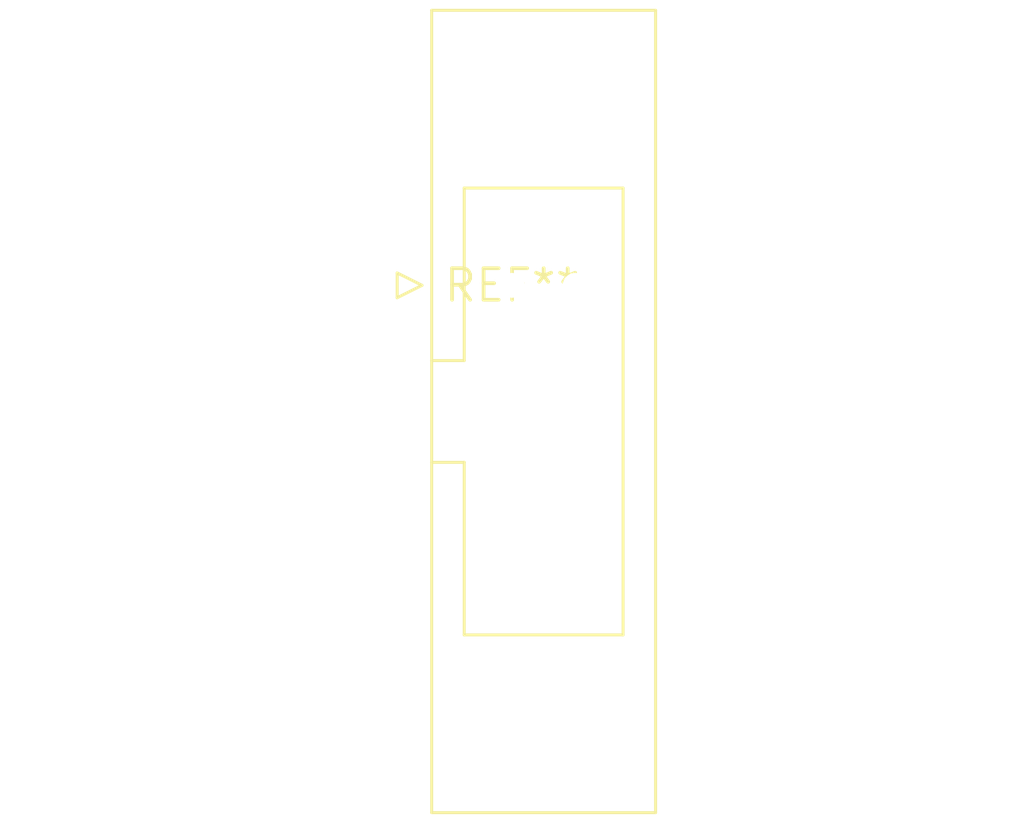
<source format=kicad_pcb>
(kicad_pcb (version 20240108) (generator pcbnew)
  (layers (0 "F.Cu" signal) (31 "B.Cu" signal) (34 "B.Paste" user) (35 "F.Paste" user) (36 "B.SilkS" user "B.Silkscreen") (37 "F.SilkS" user "F.Silkscreen") (38 "B.Mask" user) (39 "F.Mask" user) (44 "Edge.Cuts" user))
  (net 0 "")
  (footprint "IDC-Header_2x05_P2.54mm_Latch_Vertical" (layer "F.Cu") (at 0 0)
    (property "Reference" "REF**")
    (property "Value" "IDC-Header_2x05_P2.54mm_Latch_Vertical")
    (fp_line (start -4.63 -0.5) (end -4.63 0.5) (layer "F.SilkS") (stroke (width 0.12)))
    (fp_line (start -4.63 0.5) (end -3.63 0) (layer "F.SilkS") (stroke (width 0.12)))
    (fp_line (start -3.63 0) (end -4.63 -0.5) (layer "F.SilkS") (stroke (width 0.12)))
    (fp_line (start -3.24 -11.08) (end 5.78 -11.08) (layer "F.SilkS") (stroke (width 0.12)))
    (fp_line (start -3.24 3.03) (end -1.93 3.03) (layer "F.SilkS") (stroke (width 0.12)))
    (fp_line (start -3.24 21.24) (end -3.24 -11.08) (layer "F.SilkS") (stroke (width 0.12)))
    (fp_line (start -1.93 -3.92) (end 4.47 -3.92) (layer "F.SilkS") (stroke (width 0.12)))
    (fp_line (start -1.93 3.03) (end -1.93 -3.92) (layer "F.SilkS") (stroke (width 0.12)))
    (fp_line (start -1.93 7.13) (end -3.24 7.13) (layer "F.SilkS") (stroke (width 0.12)))
    (fp_line (start -1.93 7.13) (end -1.93 7.13) (layer "F.SilkS") (stroke (width 0.12)))
    (fp_line (start -1.93 14.08) (end -1.93 7.13) (layer "F.SilkS") (stroke (width 0.12)))
    (fp_line (start 4.47 -3.92) (end 4.47 14.08) (layer "F.SilkS") (stroke (width 0.12)))
    (fp_line (start 4.47 14.08) (end -1.93 14.08) (layer "F.SilkS") (stroke (width 0.12)))
    (fp_line (start 5.78 -11.08) (end 5.78 21.24) (layer "F.SilkS") (stroke (width 0.12)))
    (fp_line (start 5.78 21.24) (end -3.24 21.24) (layer "F.SilkS") (stroke (width 0.12)))
    (pad "1" thru_hole roundrect (at 0 0) (size 1.7 1.7) (drill 1) (layers *.Cu *.Mask) (remove_unused_layers) (roundrect_rratio 0.147059))
    (pad "2" thru_hole circle (at 2.54 0) (size 1.7 1.7) (drill 1) (layers *.Cu *.Mask) (remove_unused_layers))
    (pad "3" thru_hole circle (at 0 2.54) (size 1.7 1.7) (drill 1) (layers *.Cu *.Mask) (remove_unused_layers))
    (pad "4" thru_hole circle (at 2.54 2.54) (size 1.7 1.7) (drill 1) (layers *.Cu *.Mask) (remove_unused_layers))
    (pad "5" thru_hole circle (at 0 5.08) (size 1.7 1.7) (drill 1) (layers *.Cu *.Mask) (remove_unused_layers))
    (pad "6" thru_hole circle (at 2.54 5.08) (size 1.7 1.7) (drill 1) (layers *.Cu *.Mask) (remove_unused_layers))
    (pad "7" thru_hole circle (at 0 7.62) (size 1.7 1.7) (drill 1) (layers *.Cu *.Mask) (remove_unused_layers))
    (pad "8" thru_hole circle (at 2.54 7.62) (size 1.7 1.7) (drill 1) (layers *.Cu *.Mask) (remove_unused_layers))
    (pad "9" thru_hole circle (at 0 10.16) (size 1.7 1.7) (drill 1) (layers *.Cu *.Mask) (remove_unused_layers))
    (pad "10" thru_hole circle (at 2.54 10.16) (size 1.7 1.7) (drill 1) (layers *.Cu *.Mask) (remove_unused_layers))
  )
)
</source>
